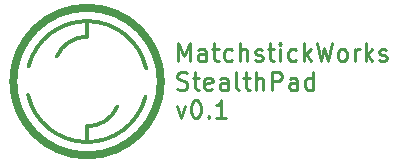
<source format=gbr>
%TF.GenerationSoftware,KiCad,Pcbnew,(6.0.1)*%
%TF.CreationDate,2022-10-10T17:14:27-07:00*%
%TF.ProjectId,StealthPad,53746561-6c74-4685-9061-642e6b696361,rev?*%
%TF.SameCoordinates,Original*%
%TF.FileFunction,Legend,Top*%
%TF.FilePolarity,Positive*%
%FSLAX46Y46*%
G04 Gerber Fmt 4.6, Leading zero omitted, Abs format (unit mm)*
G04 Created by KiCad (PCBNEW (6.0.1)) date 2022-10-10 17:14:27*
%MOMM*%
%LPD*%
G01*
G04 APERTURE LIST*
%ADD10C,0.250000*%
%ADD11C,0.380000*%
%ADD12C,0.635000*%
G04 APERTURE END LIST*
D10*
X135599642Y-63963571D02*
X135599642Y-62463571D01*
X136099642Y-63535000D01*
X136599642Y-62463571D01*
X136599642Y-63963571D01*
X137956785Y-63963571D02*
X137956785Y-63177857D01*
X137885357Y-63035000D01*
X137742500Y-62963571D01*
X137456785Y-62963571D01*
X137313928Y-63035000D01*
X137956785Y-63892142D02*
X137813928Y-63963571D01*
X137456785Y-63963571D01*
X137313928Y-63892142D01*
X137242500Y-63749285D01*
X137242500Y-63606428D01*
X137313928Y-63463571D01*
X137456785Y-63392142D01*
X137813928Y-63392142D01*
X137956785Y-63320714D01*
X138456785Y-62963571D02*
X139028214Y-62963571D01*
X138671071Y-62463571D02*
X138671071Y-63749285D01*
X138742500Y-63892142D01*
X138885357Y-63963571D01*
X139028214Y-63963571D01*
X140171071Y-63892142D02*
X140028214Y-63963571D01*
X139742500Y-63963571D01*
X139599642Y-63892142D01*
X139528214Y-63820714D01*
X139456785Y-63677857D01*
X139456785Y-63249285D01*
X139528214Y-63106428D01*
X139599642Y-63035000D01*
X139742500Y-62963571D01*
X140028214Y-62963571D01*
X140171071Y-63035000D01*
X140813928Y-63963571D02*
X140813928Y-62463571D01*
X141456785Y-63963571D02*
X141456785Y-63177857D01*
X141385357Y-63035000D01*
X141242500Y-62963571D01*
X141028214Y-62963571D01*
X140885357Y-63035000D01*
X140813928Y-63106428D01*
X142099642Y-63892142D02*
X142242500Y-63963571D01*
X142528214Y-63963571D01*
X142671071Y-63892142D01*
X142742500Y-63749285D01*
X142742500Y-63677857D01*
X142671071Y-63535000D01*
X142528214Y-63463571D01*
X142313928Y-63463571D01*
X142171071Y-63392142D01*
X142099642Y-63249285D01*
X142099642Y-63177857D01*
X142171071Y-63035000D01*
X142313928Y-62963571D01*
X142528214Y-62963571D01*
X142671071Y-63035000D01*
X143171071Y-62963571D02*
X143742500Y-62963571D01*
X143385357Y-62463571D02*
X143385357Y-63749285D01*
X143456785Y-63892142D01*
X143599642Y-63963571D01*
X143742500Y-63963571D01*
X144242500Y-63963571D02*
X144242500Y-62963571D01*
X144242500Y-62463571D02*
X144171071Y-62535000D01*
X144242500Y-62606428D01*
X144313928Y-62535000D01*
X144242500Y-62463571D01*
X144242500Y-62606428D01*
X145599642Y-63892142D02*
X145456785Y-63963571D01*
X145171071Y-63963571D01*
X145028214Y-63892142D01*
X144956785Y-63820714D01*
X144885357Y-63677857D01*
X144885357Y-63249285D01*
X144956785Y-63106428D01*
X145028214Y-63035000D01*
X145171071Y-62963571D01*
X145456785Y-62963571D01*
X145599642Y-63035000D01*
X146242500Y-63963571D02*
X146242500Y-62463571D01*
X146385357Y-63392142D02*
X146813928Y-63963571D01*
X146813928Y-62963571D02*
X146242500Y-63535000D01*
X147313928Y-62463571D02*
X147671071Y-63963571D01*
X147956785Y-62892142D01*
X148242500Y-63963571D01*
X148599642Y-62463571D01*
X149385357Y-63963571D02*
X149242500Y-63892142D01*
X149171071Y-63820714D01*
X149099642Y-63677857D01*
X149099642Y-63249285D01*
X149171071Y-63106428D01*
X149242500Y-63035000D01*
X149385357Y-62963571D01*
X149599642Y-62963571D01*
X149742500Y-63035000D01*
X149813928Y-63106428D01*
X149885357Y-63249285D01*
X149885357Y-63677857D01*
X149813928Y-63820714D01*
X149742500Y-63892142D01*
X149599642Y-63963571D01*
X149385357Y-63963571D01*
X150528214Y-63963571D02*
X150528214Y-62963571D01*
X150528214Y-63249285D02*
X150599642Y-63106428D01*
X150671071Y-63035000D01*
X150813928Y-62963571D01*
X150956785Y-62963571D01*
X151456785Y-63963571D02*
X151456785Y-62463571D01*
X151599642Y-63392142D02*
X152028214Y-63963571D01*
X152028214Y-62963571D02*
X151456785Y-63535000D01*
X152599642Y-63892142D02*
X152742500Y-63963571D01*
X153028214Y-63963571D01*
X153171071Y-63892142D01*
X153242500Y-63749285D01*
X153242500Y-63677857D01*
X153171071Y-63535000D01*
X153028214Y-63463571D01*
X152813928Y-63463571D01*
X152671071Y-63392142D01*
X152599642Y-63249285D01*
X152599642Y-63177857D01*
X152671071Y-63035000D01*
X152813928Y-62963571D01*
X153028214Y-62963571D01*
X153171071Y-63035000D01*
X135528214Y-66307142D02*
X135742500Y-66378571D01*
X136099642Y-66378571D01*
X136242500Y-66307142D01*
X136313928Y-66235714D01*
X136385357Y-66092857D01*
X136385357Y-65950000D01*
X136313928Y-65807142D01*
X136242500Y-65735714D01*
X136099642Y-65664285D01*
X135813928Y-65592857D01*
X135671071Y-65521428D01*
X135599642Y-65450000D01*
X135528214Y-65307142D01*
X135528214Y-65164285D01*
X135599642Y-65021428D01*
X135671071Y-64950000D01*
X135813928Y-64878571D01*
X136171071Y-64878571D01*
X136385357Y-64950000D01*
X136813928Y-65378571D02*
X137385357Y-65378571D01*
X137028214Y-64878571D02*
X137028214Y-66164285D01*
X137099642Y-66307142D01*
X137242500Y-66378571D01*
X137385357Y-66378571D01*
X138456785Y-66307142D02*
X138313928Y-66378571D01*
X138028214Y-66378571D01*
X137885357Y-66307142D01*
X137813928Y-66164285D01*
X137813928Y-65592857D01*
X137885357Y-65450000D01*
X138028214Y-65378571D01*
X138313928Y-65378571D01*
X138456785Y-65450000D01*
X138528214Y-65592857D01*
X138528214Y-65735714D01*
X137813928Y-65878571D01*
X139813928Y-66378571D02*
X139813928Y-65592857D01*
X139742500Y-65450000D01*
X139599642Y-65378571D01*
X139313928Y-65378571D01*
X139171071Y-65450000D01*
X139813928Y-66307142D02*
X139671071Y-66378571D01*
X139313928Y-66378571D01*
X139171071Y-66307142D01*
X139099642Y-66164285D01*
X139099642Y-66021428D01*
X139171071Y-65878571D01*
X139313928Y-65807142D01*
X139671071Y-65807142D01*
X139813928Y-65735714D01*
X140742500Y-66378571D02*
X140599642Y-66307142D01*
X140528214Y-66164285D01*
X140528214Y-64878571D01*
X141099642Y-65378571D02*
X141671071Y-65378571D01*
X141313928Y-64878571D02*
X141313928Y-66164285D01*
X141385357Y-66307142D01*
X141528214Y-66378571D01*
X141671071Y-66378571D01*
X142171071Y-66378571D02*
X142171071Y-64878571D01*
X142813928Y-66378571D02*
X142813928Y-65592857D01*
X142742500Y-65450000D01*
X142599642Y-65378571D01*
X142385357Y-65378571D01*
X142242500Y-65450000D01*
X142171071Y-65521428D01*
X143528214Y-66378571D02*
X143528214Y-64878571D01*
X144099642Y-64878571D01*
X144242500Y-64950000D01*
X144313928Y-65021428D01*
X144385357Y-65164285D01*
X144385357Y-65378571D01*
X144313928Y-65521428D01*
X144242500Y-65592857D01*
X144099642Y-65664285D01*
X143528214Y-65664285D01*
X145671071Y-66378571D02*
X145671071Y-65592857D01*
X145599642Y-65450000D01*
X145456785Y-65378571D01*
X145171071Y-65378571D01*
X145028214Y-65450000D01*
X145671071Y-66307142D02*
X145528214Y-66378571D01*
X145171071Y-66378571D01*
X145028214Y-66307142D01*
X144956785Y-66164285D01*
X144956785Y-66021428D01*
X145028214Y-65878571D01*
X145171071Y-65807142D01*
X145528214Y-65807142D01*
X145671071Y-65735714D01*
X147028214Y-66378571D02*
X147028214Y-64878571D01*
X147028214Y-66307142D02*
X146885357Y-66378571D01*
X146599642Y-66378571D01*
X146456785Y-66307142D01*
X146385357Y-66235714D01*
X146313928Y-66092857D01*
X146313928Y-65664285D01*
X146385357Y-65521428D01*
X146456785Y-65450000D01*
X146599642Y-65378571D01*
X146885357Y-65378571D01*
X147028214Y-65450000D01*
X135456785Y-67793571D02*
X135813928Y-68793571D01*
X136171071Y-67793571D01*
X137028214Y-67293571D02*
X137171071Y-67293571D01*
X137313928Y-67365000D01*
X137385357Y-67436428D01*
X137456785Y-67579285D01*
X137528214Y-67865000D01*
X137528214Y-68222142D01*
X137456785Y-68507857D01*
X137385357Y-68650714D01*
X137313928Y-68722142D01*
X137171071Y-68793571D01*
X137028214Y-68793571D01*
X136885357Y-68722142D01*
X136813928Y-68650714D01*
X136742500Y-68507857D01*
X136671071Y-68222142D01*
X136671071Y-67865000D01*
X136742500Y-67579285D01*
X136813928Y-67436428D01*
X136885357Y-67365000D01*
X137028214Y-67293571D01*
X138171071Y-68650714D02*
X138242500Y-68722142D01*
X138171071Y-68793571D01*
X138099642Y-68722142D01*
X138171071Y-68650714D01*
X138171071Y-68793571D01*
X139671071Y-68793571D02*
X138813928Y-68793571D01*
X139242500Y-68793571D02*
X139242500Y-67293571D01*
X139099642Y-67507857D01*
X138956785Y-67650714D01*
X138813928Y-67722142D01*
D11*
%TO.C,REF\u002A\u002A*%
X127880000Y-60700000D02*
X127880000Y-61900000D01*
X127880000Y-70700000D02*
X127880000Y-69500000D01*
X127880000Y-69500000D02*
G75*
G03*
X130447768Y-67816497I0J2800000D01*
G01*
X122880000Y-66800000D02*
G75*
G03*
X132834422Y-66989845I5000000J1100000D01*
G01*
X132880000Y-64600000D02*
G75*
G03*
X122925578Y-64410155I-5000000J-1100000D01*
G01*
X127880000Y-61900000D02*
G75*
G03*
X125312232Y-63583503I0J-2800000D01*
G01*
D12*
X134130000Y-65700000D02*
G75*
G03*
X134130000Y-65700000I-6250000J0D01*
G01*
%TD*%
M02*

</source>
